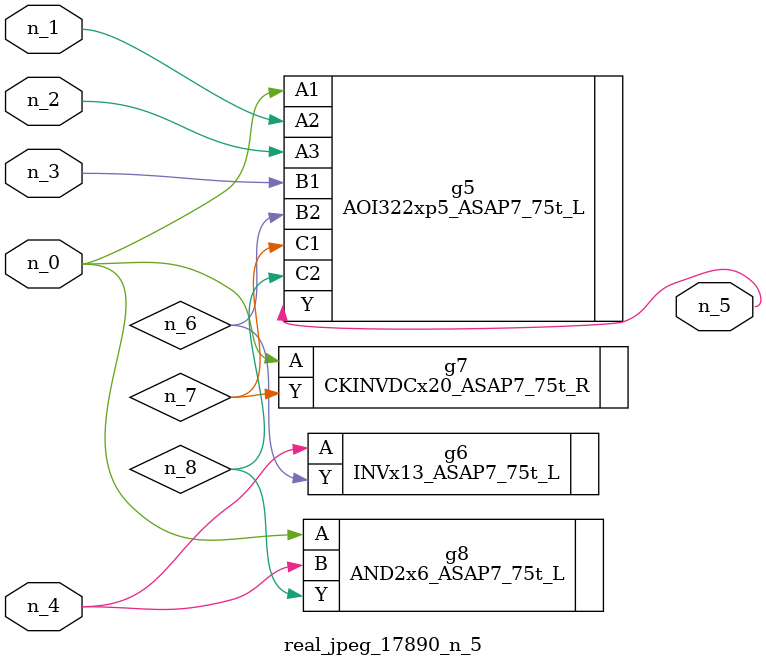
<source format=v>
module real_jpeg_17890_n_5 (n_4, n_0, n_1, n_2, n_3, n_5);

input n_4;
input n_0;
input n_1;
input n_2;
input n_3;

output n_5;

wire n_8;
wire n_6;
wire n_7;

AOI322xp5_ASAP7_75t_L g5 ( 
.A1(n_0),
.A2(n_1),
.A3(n_2),
.B1(n_3),
.B2(n_6),
.C1(n_7),
.C2(n_8),
.Y(n_5)
);

CKINVDCx20_ASAP7_75t_R g7 ( 
.A(n_0),
.Y(n_7)
);

AND2x6_ASAP7_75t_L g8 ( 
.A(n_0),
.B(n_4),
.Y(n_8)
);

INVx13_ASAP7_75t_L g6 ( 
.A(n_4),
.Y(n_6)
);


endmodule
</source>
